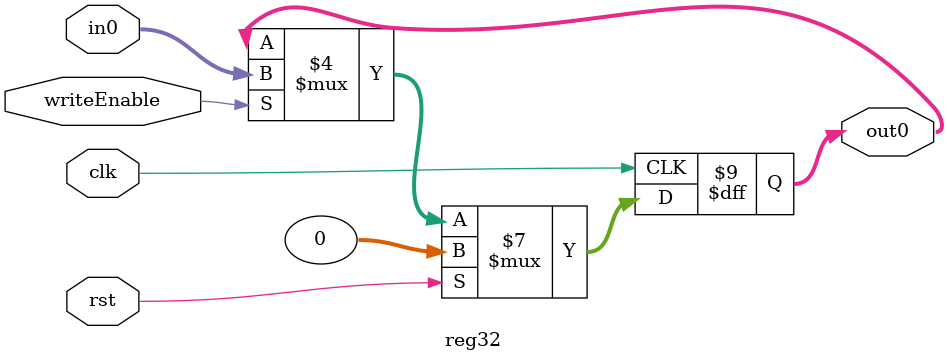
<source format=v>
module reg32(clk, rst, writeEnable, in0, out0);
	
  input [31:0] in0;
  input clk, rst, writeEnable;
  output [31:0] out0;
  reg [31:0] out0;

always @ (posedge clk)
  begin
    if (rst == 1) out0 <= 0;
    else if (writeEnable == 1) out0 <= in0;
  end
	
endmodule

</source>
